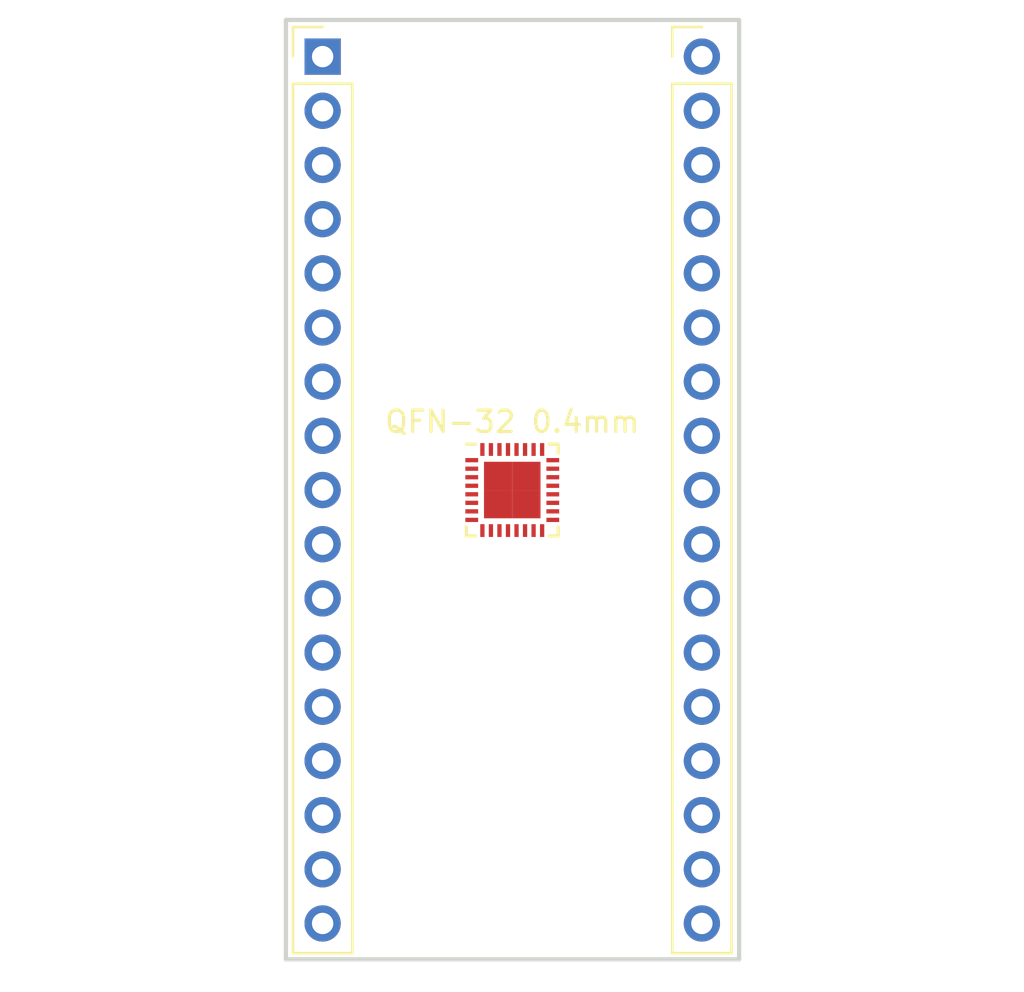
<source format=kicad_pcb>
(kicad_pcb (version 4) (host pcbnew 4.0.5-e0-6337~49~ubuntu16.04.1)

  (general
    (links 0)
    (no_connects 0)
    (area 111.799999 52.515 159.980001 99.985)
    (thickness 1.6)
    (drawings 4)
    (tracks 0)
    (zones 0)
    (modules 3)
    (nets 1)
  )

  (page A4)
  (layers
    (0 F.Cu signal)
    (31 B.Cu signal)
    (32 B.Adhes user)
    (33 F.Adhes user)
    (34 B.Paste user)
    (35 F.Paste user)
    (36 B.SilkS user)
    (37 F.SilkS user)
    (38 B.Mask user)
    (39 F.Mask user)
    (40 Dwgs.User user)
    (41 Cmts.User user)
    (42 Eco1.User user)
    (43 Eco2.User user)
    (44 Edge.Cuts user)
    (45 Margin user)
    (46 B.CrtYd user)
    (47 F.CrtYd user)
    (48 B.Fab user)
    (49 F.Fab user)
  )

  (setup
    (last_trace_width 0.25)
    (trace_clearance 0.2)
    (zone_clearance 0.508)
    (zone_45_only no)
    (trace_min 0.2)
    (segment_width 0.2)
    (edge_width 0.2)
    (via_size 0.6)
    (via_drill 0.4)
    (via_min_size 0.4)
    (via_min_drill 0.3)
    (uvia_size 0.3)
    (uvia_drill 0.1)
    (uvias_allowed no)
    (uvia_min_size 0.2)
    (uvia_min_drill 0.1)
    (pcb_text_width 0.3)
    (pcb_text_size 1.5 1.5)
    (mod_edge_width 0.15)
    (mod_text_size 1 1)
    (mod_text_width 0.15)
    (pad_size 1.7 1.7)
    (pad_drill 1)
    (pad_to_mask_clearance 0.2)
    (aux_axis_origin 0 0)
    (visible_elements FFFEFFFF)
    (pcbplotparams
      (layerselection 0x010f0_80000001)
      (usegerberextensions true)
      (excludeedgelayer true)
      (linewidth 0.100000)
      (plotframeref false)
      (viasonmask false)
      (mode 1)
      (useauxorigin false)
      (hpglpennumber 1)
      (hpglpenspeed 20)
      (hpglpendiameter 15)
      (hpglpenoverlay 2)
      (psnegative false)
      (psa4output false)
      (plotreference true)
      (plotvalue true)
      (plotinvisibletext false)
      (padsonsilk false)
      (subtractmaskfromsilk false)
      (outputformat 1)
      (mirror false)
      (drillshape 0)
      (scaleselection 1)
      (outputdirectory /home/donp/osh))
  )

  (net 0 "")

  (net_class Default "This is the default net class."
    (clearance 0.2)
    (trace_width 0.25)
    (via_dia 0.6)
    (via_drill 0.4)
    (uvia_dia 0.3)
    (uvia_drill 0.1)
  )

  (module Pin_Headers:Pin_Header_Straight_1x17_Pitch2.54mm (layer F.Cu) (tedit 58BB14FB) (tstamp 58A811C0)
    (at 127 55.88)
    (descr "Through hole straight pin header, 1x17, 2.54mm pitch, single row")
    (tags "Through hole pin header THT 1x17 2.54mm single row")
    (fp_text reference "" (at 0 -2.39) (layer F.SilkS)
      (effects (font (size 1 1) (thickness 0.15)))
    )
    (fp_text value Pin_Header_Straight_1x08_Pitch2.54mm (at 0 43.03) (layer F.Fab)
      (effects (font (size 1 1) (thickness 0.15)))
    )
    (fp_line (start -1.27 -1.27) (end -1.27 41.91) (layer F.Fab) (width 0.1))
    (fp_line (start -1.27 41.91) (end 1.27 41.91) (layer F.Fab) (width 0.1))
    (fp_line (start 1.27 41.91) (end 1.27 -1.27) (layer F.Fab) (width 0.1))
    (fp_line (start 1.27 -1.27) (end -1.27 -1.27) (layer F.Fab) (width 0.1))
    (fp_line (start -1.39 1.27) (end -1.39 42.03) (layer F.SilkS) (width 0.12))
    (fp_line (start -1.39 42.03) (end 1.39 42.03) (layer F.SilkS) (width 0.12))
    (fp_line (start 1.39 42.03) (end 1.39 1.27) (layer F.SilkS) (width 0.12))
    (fp_line (start 1.39 1.27) (end -1.39 1.27) (layer F.SilkS) (width 0.12))
    (fp_line (start -1.39 0) (end -1.39 -1.39) (layer F.SilkS) (width 0.12))
    (fp_line (start -1.39 -1.39) (end 0 -1.39) (layer F.SilkS) (width 0.12))
    (fp_line (start -1.6 -1.6) (end -1.6 42.2) (layer F.CrtYd) (width 0.05))
    (fp_line (start -1.6 42.2) (end 1.6 42.2) (layer F.CrtYd) (width 0.05))
    (fp_line (start 1.6 42.2) (end 1.6 -1.6) (layer F.CrtYd) (width 0.05))
    (fp_line (start 1.6 -1.6) (end -1.6 -1.6) (layer F.CrtYd) (width 0.05))
    (pad 1 thru_hole rect (at 0 0) (size 1.7 1.7) (drill 1) (layers *.Cu *.Mask))
    (pad 2 thru_hole oval (at 0 2.54) (size 1.7 1.7) (drill 1) (layers *.Cu *.Mask))
    (pad 3 thru_hole oval (at 0 5.08) (size 1.7 1.7) (drill 1) (layers *.Cu *.Mask))
    (pad 4 thru_hole oval (at 0 7.62) (size 1.7 1.7) (drill 1) (layers *.Cu *.Mask))
    (pad 5 thru_hole oval (at 0 10.16) (size 1.7 1.7) (drill 1) (layers *.Cu *.Mask))
    (pad 6 thru_hole oval (at 0 12.7) (size 1.7 1.7) (drill 1) (layers *.Cu *.Mask))
    (pad 7 thru_hole oval (at 0 15.24) (size 1.7 1.7) (drill 1) (layers *.Cu *.Mask))
    (pad 8 thru_hole oval (at 0 17.78) (size 1.7 1.7) (drill 1) (layers *.Cu *.Mask))
    (pad 9 thru_hole oval (at 0 20.32) (size 1.7 1.7) (drill 1) (layers *.Cu *.Mask))
    (pad 10 thru_hole oval (at 0 22.86) (size 1.7 1.7) (drill 1) (layers *.Cu *.Mask))
    (pad 11 thru_hole oval (at 0 25.4) (size 1.7 1.7) (drill 1) (layers *.Cu *.Mask))
    (pad 12 thru_hole oval (at 0 27.94) (size 1.7 1.7) (drill 1) (layers *.Cu *.Mask))
    (pad 13 thru_hole oval (at 0 30.48) (size 1.7 1.7) (drill 1) (layers *.Cu *.Mask))
    (pad 14 thru_hole oval (at 0 33.02) (size 1.7 1.7) (drill 1) (layers *.Cu *.Mask))
    (pad 15 thru_hole oval (at 0 35.56) (size 1.7 1.7) (drill 1) (layers *.Cu *.Mask))
    (pad 16 thru_hole oval (at 0 38.1) (size 1.7 1.7) (drill 1) (layers *.Cu *.Mask))
    (pad GND thru_hole oval (at 0 40.64) (size 1.7 1.7) (drill 1) (layers *.Cu *.Mask))
    (model Pin_Headers.3dshapes/Pin_Header_Straight_1x17_Pitch2.54mm.wrl
      (at (xyz 0 -0.8 0))
      (scale (xyz 1 1 1))
      (rotate (xyz 0 0 90))
    )
  )

  (module Pin_Headers:Pin_Header_Straight_1x17_Pitch2.54mm (layer F.Cu) (tedit 58BB1511) (tstamp 58BB0EB7)
    (at 144.78 55.88)
    (descr "Through hole straight pin header, 1x17, 2.54mm pitch, single row")
    (tags "Through hole pin header THT 1x17 2.54mm single row")
    (fp_text reference "" (at 0 -2.39) (layer F.SilkS)
      (effects (font (size 1 1) (thickness 0.15)))
    )
    (fp_text value Pin_Header_Straight_1x08_Pitch2.54mm (at 0 43.03) (layer F.Fab)
      (effects (font (size 1 1) (thickness 0.15)))
    )
    (fp_line (start -1.27 -1.27) (end -1.27 41.91) (layer F.Fab) (width 0.1))
    (fp_line (start -1.27 41.91) (end 1.27 41.91) (layer F.Fab) (width 0.1))
    (fp_line (start 1.27 41.91) (end 1.27 -1.27) (layer F.Fab) (width 0.1))
    (fp_line (start 1.27 -1.27) (end -1.27 -1.27) (layer F.Fab) (width 0.1))
    (fp_line (start -1.39 1.27) (end -1.39 42.03) (layer F.SilkS) (width 0.12))
    (fp_line (start -1.39 42.03) (end 1.39 42.03) (layer F.SilkS) (width 0.12))
    (fp_line (start 1.39 42.03) (end 1.39 1.27) (layer F.SilkS) (width 0.12))
    (fp_line (start 1.39 1.27) (end -1.39 1.27) (layer F.SilkS) (width 0.12))
    (fp_line (start -1.39 0) (end -1.39 -1.39) (layer F.SilkS) (width 0.12))
    (fp_line (start -1.39 -1.39) (end 0 -1.39) (layer F.SilkS) (width 0.12))
    (fp_line (start -1.6 -1.6) (end -1.6 42.2) (layer F.CrtYd) (width 0.05))
    (fp_line (start -1.6 42.2) (end 1.6 42.2) (layer F.CrtYd) (width 0.05))
    (fp_line (start 1.6 42.2) (end 1.6 -1.6) (layer F.CrtYd) (width 0.05))
    (fp_line (start 1.6 -1.6) (end -1.6 -1.6) (layer F.CrtYd) (width 0.05))
    (pad 1 thru_hole oval (at 0 0) (size 1.7 1.7) (drill 1) (layers *.Cu *.Mask))
    (pad 2 thru_hole oval (at 0 2.54) (size 1.7 1.7) (drill 1) (layers *.Cu *.Mask))
    (pad 3 thru_hole oval (at 0 5.08) (size 1.7 1.7) (drill 1) (layers *.Cu *.Mask))
    (pad 4 thru_hole oval (at 0 7.62) (size 1.7 1.7) (drill 1) (layers *.Cu *.Mask))
    (pad 5 thru_hole oval (at 0 10.16) (size 1.7 1.7) (drill 1) (layers *.Cu *.Mask))
    (pad 6 thru_hole oval (at 0 12.7) (size 1.7 1.7) (drill 1) (layers *.Cu *.Mask))
    (pad 7 thru_hole oval (at 0 15.24) (size 1.7 1.7) (drill 1) (layers *.Cu *.Mask))
    (pad 8 thru_hole oval (at 0 17.78) (size 1.7 1.7) (drill 1) (layers *.Cu *.Mask))
    (pad 9 thru_hole oval (at 0 20.32) (size 1.7 1.7) (drill 1) (layers *.Cu *.Mask))
    (pad 10 thru_hole oval (at 0 22.86) (size 1.7 1.7) (drill 1) (layers *.Cu *.Mask))
    (pad 11 thru_hole oval (at 0 25.4) (size 1.7 1.7) (drill 1) (layers *.Cu *.Mask))
    (pad 12 thru_hole oval (at 0 27.94) (size 1.7 1.7) (drill 1) (layers *.Cu *.Mask))
    (pad 13 thru_hole oval (at 0 30.48) (size 1.7 1.7) (drill 1) (layers *.Cu *.Mask))
    (pad 14 thru_hole oval (at 0 33.02) (size 1.7 1.7) (drill 1) (layers *.Cu *.Mask))
    (pad 15 thru_hole oval (at 0 35.56) (size 1.7 1.7) (drill 1) (layers *.Cu *.Mask))
    (pad 16 thru_hole oval (at 0 38.1) (size 1.7 1.7) (drill 1) (layers *.Cu *.Mask))
    (pad GND thru_hole oval (at 0 40.64) (size 1.7 1.7) (drill 1) (layers *.Cu *.Mask))
    (model Pin_Headers.3dshapes/Pin_Header_Straight_1x17_Pitch2.54mm.wrl
      (at (xyz 0 -0.8 0))
      (scale (xyz 1 1 1))
      (rotate (xyz 0 0 90))
    )
  )

  (module Housings_DFN_QFN:QFN-32-1EP_4x4mm_Pitch0.4mm (layer F.Cu) (tedit 58BC73E3) (tstamp 58BCBC3A)
    (at 135.89 76.2)
    (descr "L32.4x4A; 32 LEAD QUAD FLAT NO-LEAD PLASTIC PACKAGE; (see Intersil l32.4x4a.pdf)")
    (tags "QFN 0.4")
    (attr smd)
    (fp_text reference "QFN-32 0.4mm" (at 0 -3.2) (layer F.SilkS)
      (effects (font (size 1 1) (thickness 0.15)))
    )
    (fp_text value QFN-32-1EP_4x4mm_Pitch0.4mm (at 0 3.2) (layer F.Fab)
      (effects (font (size 1 1) (thickness 0.15)))
    )
    (fp_line (start -1 -2) (end 2 -2) (layer F.Fab) (width 0.15))
    (fp_line (start 2 -2) (end 2 2) (layer F.Fab) (width 0.15))
    (fp_line (start 2 2) (end -2 2) (layer F.Fab) (width 0.15))
    (fp_line (start -2 2) (end -2 -1) (layer F.Fab) (width 0.15))
    (fp_line (start -2 -1) (end -1 -2) (layer F.Fab) (width 0.15))
    (fp_line (start -2.45 -2.45) (end -2.45 2.45) (layer F.CrtYd) (width 0.05))
    (fp_line (start 2.45 -2.45) (end 2.45 2.45) (layer F.CrtYd) (width 0.05))
    (fp_line (start -2.45 -2.45) (end 2.45 -2.45) (layer F.CrtYd) (width 0.05))
    (fp_line (start -2.45 2.45) (end 2.45 2.45) (layer F.CrtYd) (width 0.05))
    (fp_line (start 2.15 -2.15) (end 2.15 -1.725) (layer F.SilkS) (width 0.15))
    (fp_line (start -2.15 2.15) (end -2.15 1.725) (layer F.SilkS) (width 0.15))
    (fp_line (start 2.15 2.15) (end 2.15 1.725) (layer F.SilkS) (width 0.15))
    (fp_line (start -2.15 -2.15) (end -1.725 -2.15) (layer F.SilkS) (width 0.15))
    (fp_line (start -2.15 2.15) (end -1.725 2.15) (layer F.SilkS) (width 0.15))
    (fp_line (start 2.15 2.15) (end 1.725 2.15) (layer F.SilkS) (width 0.15))
    (fp_line (start 2.15 -2.15) (end 1.725 -2.15) (layer F.SilkS) (width 0.15))
    (pad 1 smd rect (at -1.9 -1.4) (size 0.6 0.2) (layers F.Cu F.Paste F.Mask))
    (pad 2 smd rect (at -1.9 -1) (size 0.6 0.2) (layers F.Cu F.Paste F.Mask))
    (pad 3 smd rect (at -1.9 -0.6) (size 0.6 0.2) (layers F.Cu F.Paste F.Mask))
    (pad 4 smd rect (at -1.9 -0.2) (size 0.6 0.2) (layers F.Cu F.Paste F.Mask))
    (pad 5 smd rect (at -1.9 0.2) (size 0.6 0.2) (layers F.Cu F.Paste F.Mask))
    (pad 6 smd rect (at -1.9 0.6) (size 0.6 0.2) (layers F.Cu F.Paste F.Mask))
    (pad 7 smd rect (at -1.9 1) (size 0.6 0.2) (layers F.Cu F.Paste F.Mask))
    (pad 8 smd rect (at -1.9 1.4) (size 0.6 0.2) (layers F.Cu F.Paste F.Mask))
    (pad 9 smd rect (at -1.4 1.9 90) (size 0.6 0.2) (layers F.Cu F.Paste F.Mask))
    (pad 10 smd rect (at -1 1.9 90) (size 0.6 0.2) (layers F.Cu F.Paste F.Mask))
    (pad 11 smd rect (at -0.6 1.9 90) (size 0.6 0.2) (layers F.Cu F.Paste F.Mask))
    (pad 12 smd rect (at -0.2 1.9 90) (size 0.6 0.2) (layers F.Cu F.Paste F.Mask))
    (pad 13 smd rect (at 0.2 1.9 90) (size 0.6 0.2) (layers F.Cu F.Paste F.Mask))
    (pad 14 smd rect (at 0.6 1.9 90) (size 0.6 0.2) (layers F.Cu F.Paste F.Mask))
    (pad 15 smd rect (at 1 1.9 90) (size 0.6 0.2) (layers F.Cu F.Paste F.Mask))
    (pad 16 smd rect (at 1.4 1.9 90) (size 0.6 0.2) (layers F.Cu F.Paste F.Mask))
    (pad 17 smd rect (at 1.9 1.4) (size 0.6 0.2) (layers F.Cu F.Paste F.Mask))
    (pad 18 smd rect (at 1.9 1) (size 0.6 0.2) (layers F.Cu F.Paste F.Mask))
    (pad 19 smd rect (at 1.9 0.6) (size 0.6 0.2) (layers F.Cu F.Paste F.Mask))
    (pad 20 smd rect (at 1.9 0.2) (size 0.6 0.2) (layers F.Cu F.Paste F.Mask))
    (pad 21 smd rect (at 1.9 -0.2) (size 0.6 0.2) (layers F.Cu F.Paste F.Mask))
    (pad 22 smd rect (at 1.9 -0.6) (size 0.6 0.2) (layers F.Cu F.Paste F.Mask))
    (pad 23 smd rect (at 1.9 -1) (size 0.6 0.2) (layers F.Cu F.Paste F.Mask))
    (pad 24 smd rect (at 1.9 -1.4) (size 0.6 0.2) (layers F.Cu F.Paste F.Mask))
    (pad 25 smd rect (at 1.4 -1.9 90) (size 0.6 0.2) (layers F.Cu F.Paste F.Mask))
    (pad 26 smd rect (at 1 -1.9 90) (size 0.6 0.2) (layers F.Cu F.Paste F.Mask))
    (pad 27 smd rect (at 0.6 -1.9 90) (size 0.6 0.2) (layers F.Cu F.Paste F.Mask))
    (pad 28 smd rect (at 0.2 -1.9 90) (size 0.6 0.2) (layers F.Cu F.Paste F.Mask))
    (pad 29 smd rect (at -0.2 -1.9 90) (size 0.6 0.2) (layers F.Cu F.Paste F.Mask))
    (pad 30 smd rect (at -0.6 -1.9 90) (size 0.6 0.2) (layers F.Cu F.Paste F.Mask))
    (pad 31 smd rect (at -1 -1.9 90) (size 0.6 0.2) (layers F.Cu F.Paste F.Mask))
    (pad 32 smd rect (at -1.4 -1.9 90) (size 0.6 0.2) (layers F.Cu F.Paste F.Mask))
    (pad 33 smd rect (at 0.6625 0.6625) (size 1.325 1.325) (layers F.Cu F.Paste F.Mask)
      (solder_paste_margin_ratio -0.2))
    (pad 33 smd rect (at 0.6625 -0.6625) (size 1.325 1.325) (layers F.Cu F.Paste F.Mask)
      (solder_paste_margin_ratio -0.2))
    (pad 33 smd rect (at -0.6625 0.6625) (size 1.325 1.325) (layers F.Cu F.Paste F.Mask)
      (solder_paste_margin_ratio -0.2))
    (pad 33 smd rect (at -0.6625 -0.6625) (size 1.325 1.325) (layers F.Cu F.Paste F.Mask)
      (solder_paste_margin_ratio -0.2))
    (model Housings_DFN_QFN.3dshapes/QFN-32-1EP_4x4mm_Pitch0.4mm.wrl
      (at (xyz 0 0 0))
      (scale (xyz 1 1 1))
      (rotate (xyz 0 0 0))
    )
  )

  (gr_line (start 146.5246 54.1618) (end 146.5246 98.2004) (angle 90) (layer Edge.Cuts) (width 0.2) (tstamp 5869BE58))
  (gr_line (start 125.2794 54.1618) (end 125.2794 98.2004) (angle 90) (layer Edge.Cuts) (width 0.2))
  (gr_line (start 125.2794 98.2004) (end 146.5246 98.2004) (angle 90) (layer Edge.Cuts) (width 0.2) (tstamp 5869BDB4))
  (gr_line (start 125.2794 54.1618) (end 146.5246 54.1618) (angle 90) (layer Edge.Cuts) (width 0.2))

)

</source>
